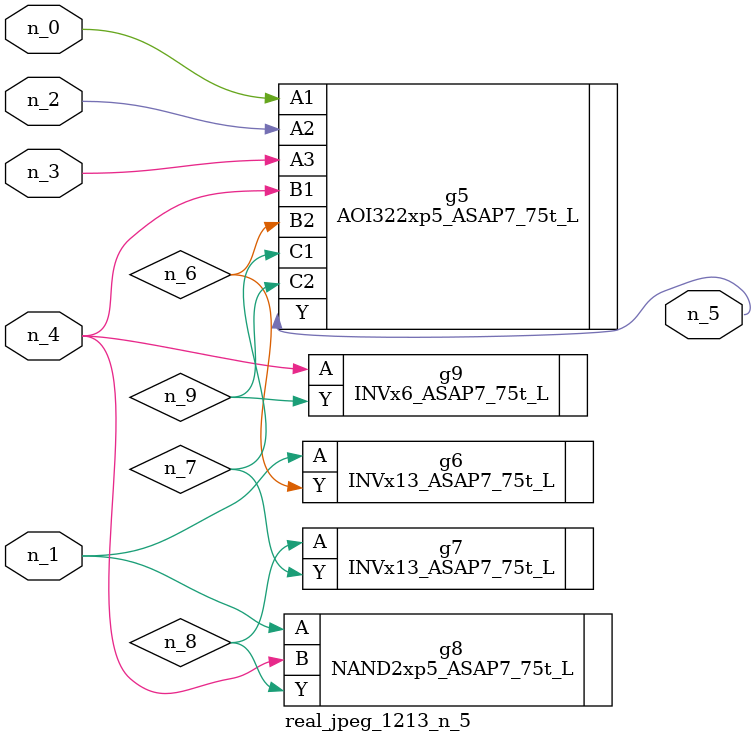
<source format=v>
module real_jpeg_1213_n_5 (n_4, n_0, n_1, n_2, n_3, n_5);

input n_4;
input n_0;
input n_1;
input n_2;
input n_3;

output n_5;

wire n_8;
wire n_6;
wire n_7;
wire n_9;

AOI322xp5_ASAP7_75t_L g5 ( 
.A1(n_0),
.A2(n_2),
.A3(n_3),
.B1(n_4),
.B2(n_6),
.C1(n_7),
.C2(n_9),
.Y(n_5)
);

INVx13_ASAP7_75t_L g6 ( 
.A(n_1),
.Y(n_6)
);

NAND2xp5_ASAP7_75t_L g8 ( 
.A(n_1),
.B(n_4),
.Y(n_8)
);

INVx6_ASAP7_75t_L g9 ( 
.A(n_4),
.Y(n_9)
);

INVx13_ASAP7_75t_L g7 ( 
.A(n_8),
.Y(n_7)
);


endmodule
</source>
